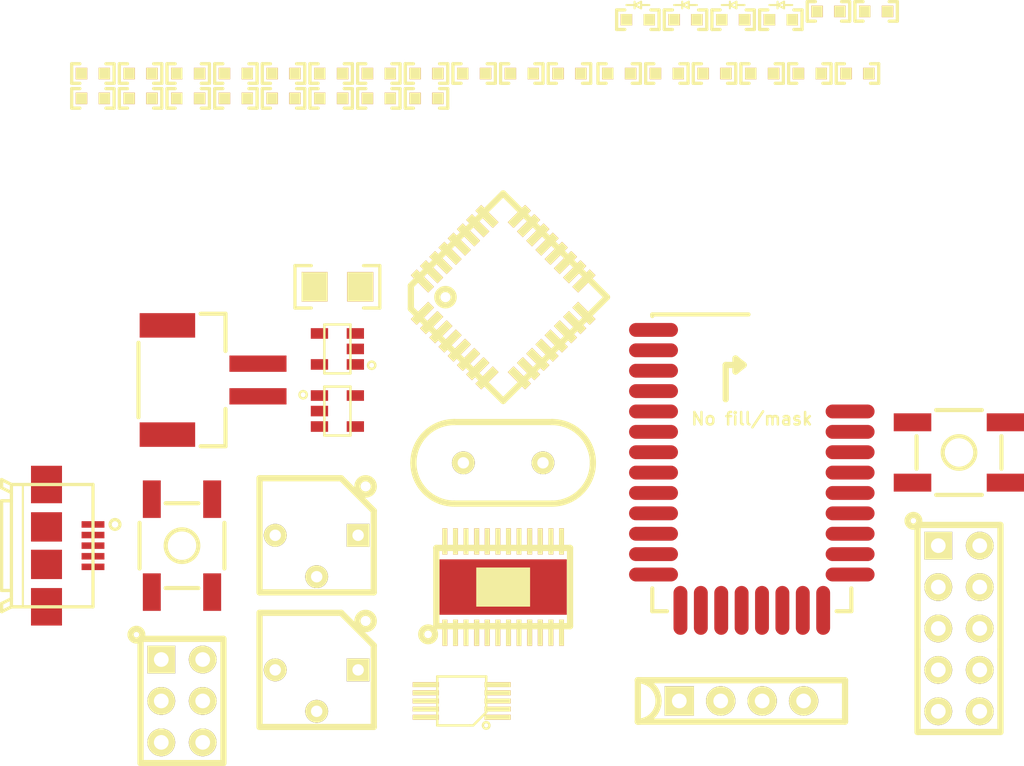
<source format=kicad_pcb>
(kicad_pcb (version 20221018) (generator pcbnew)
  (title_block (title "Single Stepper Driver Layout") (rev "0.1") (company "Copyright 2013 by Michael Cousins") (comment 1 "https://www.github.com/mcous/steptoit") (comment 2 "Released under the terms of the Creative Commons Attribution-ShareAlike 3.0 license") (comment 3 "Open Source Hardware"))
  (layers (0 "F.Cu" signal) (31 "B.Cu" signal) (34 "B.Paste" user) (35 "F.Paste" user) (36 "B.SilkS" user) (37 "F.SilkS" user) (38 "B.Mask" user) (39 "F.Mask" user) (44 "Edge.Cuts" user))
  (net 0 "")
  (net 1 "/AVR_RX")
  (net 2 "/AVR_TX")
  (net 3 "/BT_DC")
  (net 4 "/BT_DD")
  (net 5 "/BT_RESET")
  (net 6 "/CONFIG")
  (net 7 "/DIR")
  (net 8 "/ENABLE")
  (net 9 "/FAULT")
  (net 10 "/MISO")
  (net 11 "/MOSI")
  (net 12 "/MSEL0")
  (net 13 "/MSEL1")
  (net 14 "/RESET")
  (net 15 "/R_SEL")
  (net 16 "/SCK")
  (net 17 "/SLEEP")
  (net 18 "/STEP")
  (net 19 "/VBAT")
  (net 20 "GND")
  (net 21 "N-0000010")
  (net 22 "N-0000011")
  (net 23 "N-0000015")
  (net 24 "N-0000016")
  (net 25 "N-0000017")
  (net 26 "N-0000018")
  (net 27 "N-0000020")
  (net 28 "N-0000021")
  (net 29 "N-0000027")
  (net 30 "N-0000028")
  (net 31 "N-0000029")
  (net 32 "N-0000030")
  (net 33 "N-0000031")
  (net 34 "N-0000032")
  (net 35 "N-0000036")
  (net 36 "N-0000037")
  (net 37 "N-0000038")
  (net 38 "N-0000039")
  (net 39 "N-0000040")
  (net 40 "N-0000042")
  (net 41 "N-0000043")
  (net 42 "N-0000044")
  (net 43 "N-0000045")
  (net 44 "N-0000046")
  (net 45 "N-0000054")
  (net 46 "N-0000055")
  (net 47 "VCC")
  (footprint "TQFP32_7mm" (layer "F.Cu") (at 149.86 96.52 45)
    (fp_text reference "IC2" hide)
    (fp_text value "ATMEGA328P_TQFP" hide)
    (pad "1" smd rect (at -4.20116 -2.79908 45) (size 1.50114 0.50038) (layers "F.Cu" "F.Paste" "F.SilkS" "F.Mask") (net 18 "/STEP"))
    (pad "2" smd rect (at -4.20116 -1.99898 45) (size 1.50114 0.50038) (layers "F.Cu" "F.Paste" "F.SilkS" "F.Mask") (net 7 "/DIR"))
    (pad "3" smd rect (at -4.20116 -1.19888 45) (size 1.50114 0.50038) (layers "F.Cu" "F.Paste" "F.SilkS" "F.Mask") (net 20 "GND"))
    (pad "4" smd rect (at -4.20116 -0.39878 45) (size 1.50114 0.50038) (layers "F.Cu" "F.Paste" "F.SilkS" "F.Mask") (net 47 "VCC"))
    (pad "5" smd rect (at -4.20116 0.39878 45) (size 1.50114 0.50038) (layers "F.Cu" "F.Paste" "F.SilkS" "F.Mask") (net 20 "GND"))
    (pad "6" smd rect (at -4.20116 1.19888 45) (size 1.50114 0.50038) (layers "F.Cu" "F.Paste" "F.SilkS" "F.Mask") (net 47 "VCC"))
    (pad "7" smd rect (at -4.20116 1.99898 45) (size 1.50114 0.50038) (layers "F.Cu" "F.Paste" "F.SilkS" "F.Mask") (net 46 "N-0000055"))
    (pad "8" smd rect (at -4.20116 2.79908 45) (size 1.50114 0.50038) (layers "F.Cu" "F.Paste" "F.SilkS" "F.Mask") (net 45 "N-0000054"))
    (pad "9" smd rect (at -2.79908 4.20116 135) (size 1.50114 0.50038) (layers "F.Cu" "F.Paste" "F.SilkS" "F.Mask"))
    (pad "10" smd rect (at -1.99898 4.20116 135) (size 1.50114 0.50038) (layers "F.Cu" "F.Paste" "F.SilkS" "F.Mask"))
    (pad "11" smd rect (at -1.19888 4.20116 135) (size 1.50114 0.50038) (layers "F.Cu" "F.Paste" "F.SilkS" "F.Mask") (net 15 "/R_SEL"))
    (pad "12" smd rect (at -0.39878 4.20116 135) (size 1.50114 0.50038) (layers "F.Cu" "F.Paste" "F.SilkS" "F.Mask") (net 17 "/SLEEP"))
    (pad "13" smd rect (at 0.39878 4.20116 135) (size 1.50114 0.50038) (layers "F.Cu" "F.Paste" "F.SilkS" "F.Mask") (net 8 "/ENABLE"))
    (pad "14" smd rect (at 1.19888 4.20116 135) (size 1.50114 0.50038) (layers "F.Cu" "F.Paste" "F.SilkS" "F.Mask") (net 6 "/CONFIG"))
    (pad "15" smd rect (at 1.99898 4.20116 135) (size 1.50114 0.50038) (layers "F.Cu" "F.Paste" "F.SilkS" "F.Mask") (net 11 "/MOSI"))
    (pad "16" smd rect (at 2.79908 4.20116 135) (size 1.50114 0.50038) (layers "F.Cu" "F.Paste" "F.SilkS" "F.Mask") (net 10 "/MISO"))
    (pad "17" smd rect (at 4.20116 2.79908 225) (size 1.50114 0.50038) (layers "F.Cu" "F.Paste" "F.SilkS" "F.Mask") (net 16 "/SCK"))
    (pad "18" smd rect (at 4.20116 1.99898 225) (size 1.50114 0.50038) (layers "F.Cu" "F.Paste" "F.SilkS" "F.Mask") (net 47 "VCC"))
    (pad "19" smd rect (at 4.20116 1.19888 225) (size 1.50114 0.50038) (layers "F.Cu" "F.Paste" "F.SilkS" "F.Mask"))
    (pad "20" smd rect (at 4.20116 0.39878 225) (size 1.50114 0.50038) (layers "F.Cu" "F.Paste" "F.SilkS" "F.Mask") (net 47 "VCC"))
    (pad "21" smd rect (at 4.20116 -0.39878 225) (size 1.50114 0.50038) (layers "F.Cu" "F.Paste" "F.SilkS" "F.Mask") (net 20 "GND"))
    (pad "22" smd rect (at 4.20116 -1.19888 225) (size 1.50114 0.50038) (layers "F.Cu" "F.Paste" "F.SilkS" "F.Mask"))
    (pad "23" smd rect (at 4.20116 -1.99898 225) (size 1.50114 0.50038) (layers "F.Cu" "F.Paste" "F.SilkS" "F.Mask") (net 12 "/MSEL0"))
    (pad "24" smd rect (at 4.20116 -2.79908 225) (size 1.50114 0.50038) (layers "F.Cu" "F.Paste" "F.SilkS" "F.Mask") (net 13 "/MSEL1"))
    (pad "25" smd rect (at 2.79908 -4.20116 315) (size 1.50114 0.50038) (layers "F.Cu" "F.Paste" "F.SilkS" "F.Mask"))
    (pad "26" smd rect (at 1.99898 -4.20116 315) (size 1.50114 0.50038) (layers "F.Cu" "F.Paste" "F.SilkS" "F.Mask"))
    (pad "27" smd rect (at 1.19888 -4.20116 315) (size 1.50114 0.50038) (layers "F.Cu" "F.Paste" "F.SilkS" "F.Mask") (net 41 "N-0000043"))
    (pad "28" smd rect (at 0.39878 -4.20116 315) (size 1.50114 0.50038) (layers "F.Cu" "F.Paste" "F.SilkS" "F.Mask") (net 40 "N-0000042"))
    (pad "29" smd rect (at -0.39878 -4.20116 315) (size 1.50114 0.50038) (layers "F.Cu" "F.Paste" "F.SilkS" "F.Mask") (net 14 "/RESET"))
    (pad "30" smd rect (at -1.19888 -4.20116 315) (size 1.50114 0.50038) (layers "F.Cu" "F.Paste" "F.SilkS" "F.Mask") (net 2 "/AVR_TX"))
    (pad "31" smd rect (at -1.99898 -4.20116 315) (size 1.50114 0.50038) (layers "F.Cu" "F.Paste" "F.SilkS" "F.Mask") (net 1 "/AVR_RX"))
    (pad "32" smd rect (at -2.79908 -4.20116 315) (size 1.50114 0.50038) (layers "F.Cu" "F.Paste" "F.SilkS" "F.Mask") (net 9 "/FAULT"))
  )
  (footprint "SPST_4-pin-sm" (layer "F.Cu") (at 130.175 111.76 -90)
    (fp_text reference "S1" hide)
    (fp_text value "RST" hide)
    (pad "1" smd rect (at -2.84988 -1.84912 270) (size 2.30124 1.09982) (layers "F.Cu" "F.Paste" "F.Mask") (net 20 "GND"))
    (pad "1" smd rect (at 2.84988 -1.84912 270) (size 2.30124 1.09982) (layers "F.Cu" "F.Paste" "F.Mask") (net 20 "GND"))
    (pad "2" smd rect (at -2.84988 1.84912 270) (size 2.30124 1.09982) (layers "F.Cu" "F.Paste" "F.Mask") (net 14 "/RESET"))
    (pad "2" smd rect (at 2.84988 1.84912 270) (size 2.30124 1.09982) (layers "F.Cu" "F.Paste" "F.Mask") (net 14 "/RESET"))
  )
  (footprint "SPST_4-pin-sm" (layer "F.Cu") (at 177.8 106.045)
    (fp_text reference "S2" hide)
    (fp_text value "BT_RST" hide)
    (pad "1" smd rect (at -2.84988 -1.84912) (size 2.30124 1.09982) (layers "F.Cu" "F.Paste" "F.Mask") (net 20 "GND"))
    (pad "1" smd rect (at 2.84988 -1.84912) (size 2.30124 1.09982) (layers "F.Cu" "F.Paste" "F.Mask") (net 20 "GND"))
    (pad "2" smd rect (at -2.84988 1.84912) (size 2.30124 1.09982) (layers "F.Cu" "F.Paste" "F.Mask") (net 5 "/BT_RESET"))
    (pad "2" smd rect (at 2.84988 1.84912) (size 2.30124 1.09982) (layers "F.Cu" "F.Paste" "F.Mask") (net 5 "/BT_RESET"))
  )
  (footprint "SOT23-5" (layer "F.Cu") (at 139.7 99.695 180)
    (fp_text reference "IC6" hide)
    (fp_text value "MAX1555" hide)
    (pad "1" smd rect (at -1.1 -0.95 180) (size 1.06 0.65) (layers "F.Cu" "F.Paste" "F.Mask") (net 22 "N-0000011"))
    (pad "2" smd rect (at -1.1 0 180) (size 1.06 0.65) (layers "F.Cu" "F.Paste" "F.Mask") (net 20 "GND"))
    (pad "3" smd rect (at -1.1 0.95 180) (size 1.06 0.65) (layers "F.Cu" "F.Paste" "F.Mask") (net 27 "N-0000020"))
    (pad "4" smd rect (at 1.1 0.95 180) (size 1.06 0.65) (layers "F.Cu" "F.Paste" "F.Mask"))
    (pad "5" smd rect (at 1.1 -0.95 180) (size 1.06 0.65) (layers "F.Cu" "F.Paste" "F.Mask") (net 19 "/VBAT"))
  )
  (footprint "SOT23-5" (layer "F.Cu") (at 139.7 103.505)
    (fp_text reference "IC4" hide)
    (fp_text value "MIC5205" hide)
    (pad "1" smd rect (at -1.1 -0.95) (size 1.06 0.65) (layers "F.Cu" "F.Paste" "F.Mask") (net 24 "N-0000016"))
    (pad "2" smd rect (at -1.1 0) (size 1.06 0.65) (layers "F.Cu" "F.Paste" "F.Mask") (net 20 "GND"))
    (pad "3" smd rect (at -1.1 0.95) (size 1.06 0.65) (layers "F.Cu" "F.Paste" "F.Mask") (net 24 "N-0000016"))
    (pad "4" smd rect (at 1.1 0.95) (size 1.06 0.65) (layers "F.Cu" "F.Paste" "F.Mask") (net 32 "N-0000030"))
    (pad "5" smd rect (at 1.1 -0.95) (size 1.06 0.65) (layers "F.Cu" "F.Paste" "F.Mask") (net 47 "VCC"))
  )
  (footprint "SIP4" (layer "F.Cu") (at 164.465 121.285)
    (fp_text reference "M1" hide)
    (fp_text value "STEPPER" hide)
    (pad "1" thru_hole rect (at -3.81 0) (size 1.8 1.8) (drill 0.9) (layers "*.Cu" "*.Mask" "F.SilkS") (net 31 "N-0000029"))
    (pad "2" thru_hole circle (at -1.27 0) (size 1.8 1.8) (drill 0.9) (layers "*.Cu" "*.Mask" "F.SilkS") (net 34 "N-0000032"))
    (pad "3" thru_hole circle (at 1.27 0) (size 1.8 1.8) (drill 0.9) (layers "*.Cu" "*.Mask" "F.SilkS") (net 30 "N-0000028"))
    (pad "4" thru_hole circle (at 3.81 0) (size 1.8 1.8) (drill 0.9) (layers "*.Cu" "*.Mask" "F.SilkS") (net 23 "N-0000015"))
  )
  (footprint "MSOP10" (layer "F.Cu") (at 147.32 121.285 180)
    (fp_text reference "IC1" hide)
    (fp_text value "MCP4232" hide)
    (pad "1" smd rect (at -2.2 -1 180) (size 1.6 0.3) (layers "F.Cu" "F.Paste" "F.SilkS" "F.Mask") (net 15 "/R_SEL"))
    (pad "2" smd rect (at -2.2 -0.5 180) (size 1.6 0.3) (layers "F.Cu" "F.Paste" "F.SilkS" "F.Mask") (net 16 "/SCK"))
    (pad "3" smd rect (at -2.2 0 180) (size 1.6 0.3) (layers "F.Cu" "F.Paste" "F.SilkS" "F.Mask") (net 11 "/MOSI"))
    (pad "4" smd rect (at -2.2 0.5 180) (size 1.6 0.3) (layers "F.Cu" "F.Paste" "F.SilkS" "F.Mask") (net 20 "GND"))
    (pad "5" smd rect (at -2.2 1 180) (size 1.6 0.3) (layers "F.Cu" "F.Paste" "F.SilkS" "F.Mask") (net 20 "GND"))
    (pad "6" smd rect (at 2.2 1 180) (size 1.6 0.3) (layers "F.Cu" "F.Paste" "F.SilkS" "F.Mask") (net 37 "N-0000038"))
    (pad "7" smd rect (at 2.2 0.5 180) (size 1.6 0.3) (layers "F.Cu" "F.Paste" "F.SilkS" "F.Mask") (net 36 "N-0000037"))
    (pad "8" smd rect (at 2.2 0 180) (size 1.6 0.3) (layers "F.Cu" "F.Paste" "F.SilkS" "F.Mask") (net 20 "GND"))
    (pad "9" smd rect (at 2.2 -0.5 180) (size 1.6 0.3) (layers "F.Cu" "F.Paste" "F.SilkS" "F.Mask") (net 10 "/MISO"))
    (pad "10" smd rect (at 2.2 -1 180) (size 1.6 0.3) (layers "F.Cu" "F.Paste" "F.SilkS" "F.Mask") (net 47 "VCC"))
  )
  (footprint "MICROUSB_sm" (layer "F.Cu") (at 121.92 111.76)
    (fp_text reference "J1" hide)
    (fp_text value "MICROUSB" hide)
    (pad "" smd rect (at -0.05 -3.75) (size 1.9 2.3) (layers "F.Cu" "F.Paste" "F.Mask"))
    (pad "" smd rect (at -0.05 -1.15) (size 1.9 1.8) (layers "F.Cu" "F.Paste" "F.Mask"))
    (pad "" smd rect (at -0.05 1.15) (size 1.9 1.8) (layers "F.Cu" "F.Paste" "F.Mask"))
    (pad "" smd rect (at -0.05 3.75) (size 1.9 2.3) (layers "F.Cu" "F.Paste" "F.Mask"))
    (pad "1" smd rect (at 2.8 -1.3) (size 1.4 0.4) (layers "F.Cu" "F.Paste" "F.Mask") (net 22 "N-0000011"))
    (pad "2" smd rect (at 2.8 -0.65) (size 1.4 0.4) (layers "F.Cu" "F.Paste" "F.Mask"))
    (pad "3" smd rect (at 2.8 0) (size 1.4 0.4) (layers "F.Cu" "F.Paste" "F.Mask"))
    (pad "4" smd rect (at 2.8 0.65) (size 1.4 0.4) (layers "F.Cu" "F.Paste" "F.Mask"))
    (pad "5" smd rect (at 2.8 1.3) (size 1.4 0.4) (layers "F.Cu" "F.Paste" "F.Mask") (net 20 "GND"))
  )
  (footprint "JST_PH_2-pin" (layer "F.Cu") (at 132.08 101.6 -90)
    (fp_text reference "BT1" hide)
    (fp_text value "LIPO" hide)
    (pad "" smd rect (at -3.35026 2.79908) (size 3.40106 1.50114) (layers "F.Cu" "F.Paste" "F.Mask"))
    (pad "" smd rect (at 3.35026 2.79908) (size 3.40106 1.50114) (layers "F.Cu" "F.Paste" "F.Mask"))
    (pad "1" smd rect (at -1.00076 -2.75082) (size 3.50012 1.00076) (layers "F.Cu" "F.Paste" "F.Mask") (net 19 "/VBAT"))
    (pad "2" smd rect (at 1.00076 -2.75082) (size 3.50012 1.00076) (layers "F.Cu" "F.Paste" "F.Mask") (net 20 "GND"))
  )
  (footprint "HTSSOP24" (layer "F.Cu") (at 149.86 114.3 90)
    (fp_text reference "IC3" hide)
    (fp_text value "DRV8834_SOP" hide)
    (pad "" smd rect (at 0 0 90) (size 2.4 3.3) (layers "F.Paste" "F.SilkS" "F.Mask"))
    (pad "0" smd rect (at 0 0 90) (size 3.4 7.8) (layers "F.Cu" "B.Mask") (net 20 "GND"))
    (pad "1" smd rect (at -2.8 -3.575 90) (size 1.6 0.3) (layers "F.Cu" "F.Paste" "F.SilkS" "F.Mask") (net 17 "/SLEEP"))
    (pad "2" smd rect (at -2.8 -2.925 90) (size 1.6 0.3) (layers "F.Cu" "F.Paste" "F.SilkS" "F.Mask") (net 37 "N-0000038"))
    (pad "3" smd rect (at -2.8 -2.275 90) (size 1.6 0.3) (layers "F.Cu" "F.Paste" "F.SilkS" "F.Mask") (net 36 "N-0000037"))
    (pad "4" smd rect (at -2.8 -1.625 90) (size 1.6 0.3) (layers "F.Cu" "F.Paste" "F.SilkS" "F.Mask") (net 31 "N-0000029"))
    (pad "5" smd rect (at -2.8 -0.975 90) (size 1.6 0.3) (layers "F.Cu" "F.Paste" "F.SilkS" "F.Mask") (net 38 "N-0000039"))
    (pad "6" smd rect (at -2.8 -0.325 90) (size 1.6 0.3) (layers "F.Cu" "F.Paste" "F.SilkS" "F.Mask") (net 34 "N-0000032"))
    (pad "7" smd rect (at -2.8 0.325 90) (size 1.6 0.3) (layers "F.Cu" "F.Paste" "F.SilkS" "F.Mask") (net 23 "N-0000015"))
    (pad "8" smd rect (at -2.8 0.975 90) (size 1.6 0.3) (layers "F.Cu" "F.Paste" "F.SilkS" "F.Mask") (net 39 "N-0000040"))
    (pad "9" smd rect (at -2.8 1.625 90) (size 1.6 0.3) (layers "F.Cu" "F.Paste" "F.SilkS" "F.Mask") (net 30 "N-0000028"))
    (pad "10" smd rect (at -2.8 2.275 90) (size 1.6 0.3) (layers "F.Cu" "F.Paste" "F.SilkS" "F.Mask") (net 8 "/ENABLE"))
    (pad "11" smd rect (at -2.8 2.925 90) (size 1.6 0.3) (layers "F.Cu" "F.Paste" "F.SilkS" "F.Mask") (net 18 "/STEP"))
    (pad "12" smd rect (at -2.8 3.575 90) (size 1.6 0.3) (layers "F.Cu" "F.Paste" "F.SilkS" "F.Mask") (net 7 "/DIR"))
    (pad "13" smd rect (at 2.8 3.575 90) (size 1.6 0.3) (layers "F.Cu" "F.Paste" "F.SilkS" "F.Mask") (net 12 "/MSEL0"))
    (pad "14" smd rect (at 2.8 2.925 90) (size 1.6 0.3) (layers "F.Cu" "F.Paste" "F.SilkS" "F.Mask") (net 13 "/MSEL1"))
    (pad "15" smd rect (at 2.8 2.275 90) (size 1.6 0.3) (layers "F.Cu" "F.Paste" "F.SilkS" "F.Mask") (net 6 "/CONFIG"))
    (pad "16" smd rect (at 2.8 1.625 90) (size 1.6 0.3) (layers "F.Cu" "F.Paste" "F.SilkS" "F.Mask") (net 9 "/FAULT"))
    (pad "17" smd rect (at 2.8 0.975 90) (size 1.6 0.3) (layers "F.Cu" "F.Paste" "F.SilkS" "F.Mask") (net 28 "N-0000021"))
    (pad "18" smd rect (at 2.8 0.325 90) (size 1.6 0.3) (layers "F.Cu" "F.Paste" "F.SilkS" "F.Mask") (net 19 "/VBAT"))
    (pad "19" smd rect (at 2.8 -0.325 90) (size 1.6 0.3) (layers "F.Cu" "F.Paste" "F.SilkS" "F.Mask") (net 19 "/VBAT"))
    (pad "20" smd rect (at 2.8 -0.975 90) (size 1.6 0.3) (layers "F.Cu" "F.Paste" "F.SilkS" "F.Mask") (net 29 "N-0000027"))
    (pad "21" smd rect (at 2.8 -1.625 90) (size 1.6 0.3) (layers "F.Cu" "F.Paste" "F.SilkS" "F.Mask") (net 20 "GND"))
    (pad "22" smd rect (at 2.8 -2.275 90) (size 1.6 0.3) (layers "F.Cu" "F.Paste" "F.SilkS" "F.Mask") (net 26 "N-0000018"))
    (pad "23" smd rect (at 2.8 -2.925 90) (size 1.6 0.3) (layers "F.Cu" "F.Paste" "F.SilkS" "F.Mask") (net 26 "N-0000018"))
    (pad "24" smd rect (at 2.8 -3.575 90) (size 1.6 0.3) (layers "F.Cu" "F.Paste" "F.SilkS" "F.Mask") (net 26 "N-0000018"))
  )
  (footprint "HC49" (layer "F.Cu") (at 149.86 106.68)
    (fp_text reference "Y1" hide)
    (fp_text value "8MHz" hide)
    (pad "1" thru_hole circle (at -2.44 0) (size 1.4 1.4) (drill 0.7) (layers "*.Cu" "*.Mask" "F.SilkS") (net 46 "N-0000055"))
    (pad "2" thru_hole circle (at 2.44 0) (size 1.4 1.4) (drill 0.7) (layers "*.Cu" "*.Mask" "F.SilkS") (net 45 "N-0000054"))
  )
  (footprint "BOURNS-3362P_pot" (layer "F.Cu") (at 138.43 111.125 180)
    (fp_text reference "VR1" hide)
    (fp_text value "10Ω" hide)
    (pad "1" thru_hole rect (at -2.54 0 180) (size 1.4 1.4) (drill 0.7) (layers "*.Cu" "*.Mask" "F.SilkS"))
    (pad "2" thru_hole circle (at 0 -2.54 180) (size 1.4 1.4) (drill 0.7) (layers "*.Cu" "*.Mask" "F.SilkS") (net 38 "N-0000039"))
    (pad "3" thru_hole circle (at 2.54 0 180) (size 1.4 1.4) (drill 0.7) (layers "*.Cu" "*.Mask" "F.SilkS") (net 20 "GND"))
  )
  (footprint "BOURNS-3362P_pot" (layer "F.Cu") (at 138.43 119.38 180)
    (fp_text reference "VR2" hide)
    (fp_text value "10Ω" hide)
    (pad "1" thru_hole rect (at -2.54 0 180) (size 1.4 1.4) (drill 0.7) (layers "*.Cu" "*.Mask" "F.SilkS"))
    (pad "2" thru_hole circle (at 0 -2.54 180) (size 1.4 1.4) (drill 0.7) (layers "*.Cu" "*.Mask" "F.SilkS") (net 39 "N-0000040"))
    (pad "3" thru_hole circle (at 2.54 0 180) (size 1.4 1.4) (drill 0.7) (layers "*.Cu" "*.Mask" "F.SilkS") (net 20 "GND"))
  )
  (footprint "BLE112-A" (layer "F.Cu") (at 165.1 106.68)
    (fp_text reference "IC5" hide)
    (fp_text value "BLE112-A" hide)
    (fp_text user "No fill/mask" (at 0 -2.7) (layer "F.SilkS") (effects (font (size 0.762 0.762) (thickness 0.1524))))
    (pad "1" smd oval (at -6.02488 -8.15086) (size 2.99974 0.8509) (layers "F.Cu" "F.Paste" "F.Mask") (net 20 "GND"))
    (pad "2" smd oval (at -6.02488 -6.90118) (size 2.99974 0.8509) (layers "F.Cu" "F.Paste" "F.Mask") (net 47 "VCC"))
    (pad "3" smd oval (at -6.02488 -5.64896) (size 2.99974 0.8509) (layers "F.Cu" "F.Paste" "F.Mask") (net 47 "VCC"))
    (pad "4" smd oval (at -6.02488 -4.39928) (size 2.99974 0.8509) (layers "F.Cu" "F.Paste" "F.Mask") (net 3 "/BT_DC"))
    (pad "5" smd oval (at -6.02488 -3.1496) (size 2.99974 0.8509) (layers "F.Cu" "F.Paste" "F.Mask") (net 4 "/BT_DD"))
    (pad "6" smd oval (at -6.02488 -1.89992) (size 2.99974 0.8509) (layers "F.Cu" "F.Paste" "F.Mask") (net 44 "N-0000046"))
    (pad "7" smd oval (at -6.02488 -0.65024) (size 2.99974 0.8509) (layers "F.Cu" "F.Paste" "F.Mask") (net 44 "N-0000046"))
    (pad "8" smd oval (at -6.02488 0.59944) (size 2.99974 0.8509) (layers "F.Cu" "F.Paste" "F.Mask") (net 44 "N-0000046"))
    (pad "9" smd oval (at -6.02488 1.84912) (size 2.99974 0.8509) (layers "F.Cu" "F.Paste" "F.Mask") (net 47 "VCC"))
    (pad "10" smd oval (at -6.02488 3.0988) (size 2.99974 0.8509) (layers "F.Cu" "F.Paste" "F.Mask") (net 20 "GND"))
    (pad "11" smd oval (at -6.02488 4.35102) (size 2.99974 0.8509) (layers "F.Cu" "F.Paste" "F.Mask"))
    (pad "12" smd oval (at -6.02488 5.6007) (size 2.99974 0.8509) (layers "F.Cu" "F.Paste" "F.Mask"))
    (pad "13" smd oval (at -6.02488 6.85038) (size 2.99974 0.8509) (layers "F.Cu" "F.Paste" "F.Mask") (net 44 "N-0000046"))
    (pad "14" smd oval (at -4.37388 9.05002 90) (size 2.99974 0.8509) (layers "F.Cu" "F.Paste" "F.Mask") (net 44 "N-0000046"))
    (pad "15" smd oval (at -3.1242 9.05002 90) (size 2.99974 0.8509) (layers "F.Cu" "F.Paste" "F.Mask") (net 44 "N-0000046"))
    (pad "16" smd oval (at -1.87452 9.05002 90) (size 2.99974 0.8509) (layers "F.Cu" "F.Paste" "F.Mask") (net 44 "N-0000046"))
    (pad "17" smd oval (at -0.62484 9.05002 90) (size 2.99974 0.8509) (layers "F.Cu" "F.Paste" "F.Mask") (net 44 "N-0000046"))
    (pad "18" smd oval (at 0.62484 9.05002 90) (size 2.99974 0.8509) (layers "F.Cu" "F.Paste" "F.Mask") (net 44 "N-0000046"))
    (pad "19" smd oval (at 1.87452 9.05002 90) (size 2.99974 0.8509) (layers "F.Cu" "F.Paste" "F.Mask") (net 44 "N-0000046"))
    (pad "20" smd oval (at 3.1242 9.05002 90) (size 2.99974 0.8509) (layers "F.Cu" "F.Paste" "F.Mask") (net 47 "VCC"))
    (pad "21" smd oval (at 4.37388 9.05002 90) (size 2.99974 0.8509) (layers "F.Cu" "F.Paste" "F.Mask") (net 20 "GND"))
    (pad "22" smd oval (at 6.02488 6.85038) (size 2.99974 0.8509) (layers "F.Cu" "F.Paste" "F.Mask") (net 44 "N-0000046"))
    (pad "23" smd oval (at 6.02488 5.6007) (size 2.99974 0.8509) (layers "F.Cu" "F.Paste" "F.Mask") (net 44 "N-0000046"))
    (pad "24" smd oval (at 6.02488 4.35102) (size 2.99974 0.8509) (layers "F.Cu" "F.Paste" "F.Mask") (net 44 "N-0000046"))
    (pad "25" smd oval (at 6.02488 3.0988) (size 2.99974 0.8509) (layers "F.Cu" "F.Paste" "F.Mask") (net 1 "/AVR_RX"))
    (pad "26" smd oval (at 6.02488 1.84912) (size 2.99974 0.8509) (layers "F.Cu" "F.Paste" "F.Mask") (net 2 "/AVR_TX"))
    (pad "27" smd oval (at 6.02488 0.59944) (size 2.99974 0.8509) (layers "F.Cu" "F.Paste" "F.Mask") (net 33 "N-0000031"))
    (pad "28" smd oval (at 6.02488 -0.65024) (size 2.99974 0.8509) (layers "F.Cu" "F.Paste" "F.Mask") (net 35 "N-0000036"))
    (pad "29" smd oval (at 6.02488 -1.89992) (size 2.99974 0.8509) (layers "F.Cu" "F.Paste" "F.Mask") (net 5 "/BT_RESET"))
    (pad "30" smd oval (at 6.02488 -3.1496) (size 2.99974 0.8509) (layers "F.Cu" "F.Paste" "F.Mask") (net 20 "GND"))
  )
  (footprint "2x5-array" (layer "F.Cu") (at 177.8 116.84)
    (fp_text reference "P2" hide)
    (fp_text value "CC_ISP" hide)
    (pad "1" thru_hole rect (at -1.27 -5.08) (size 1.7 1.7) (drill 0.9) (layers "*.Cu" "*.Mask" "F.SilkS") (net 20 "GND"))
    (pad "2" thru_hole circle (at 1.27 -5.08) (size 1.7 1.7) (drill 0.9) (layers "*.Cu" "*.Mask" "F.SilkS") (net 47 "VCC"))
    (pad "3" thru_hole circle (at -1.27 -2.54) (size 1.7 1.7) (drill 0.9) (layers "*.Cu" "*.Mask" "F.SilkS") (net 3 "/BT_DC"))
    (pad "4" thru_hole circle (at 1.27 -2.54) (size 1.7 1.7) (drill 0.9) (layers "*.Cu" "*.Mask" "F.SilkS") (net 4 "/BT_DD"))
    (pad "5" thru_hole circle (at -1.27 0) (size 1.7 1.7) (drill 0.9) (layers "*.Cu" "*.Mask" "F.SilkS"))
    (pad "6" thru_hole circle (at 1.27 0) (size 1.7 1.7) (drill 0.9) (layers "*.Cu" "*.Mask" "F.SilkS"))
    (pad "7" thru_hole circle (at -1.27 2.54) (size 1.7 1.7) (drill 0.9) (layers "*.Cu" "*.Mask" "F.SilkS") (net 5 "/BT_RESET"))
    (pad "8" thru_hole circle (at 1.27 2.54) (size 1.7 1.7) (drill 0.9) (layers "*.Cu" "*.Mask" "F.SilkS"))
    (pad "9" thru_hole circle (at -1.27 5.08) (size 1.7 1.7) (drill 0.9) (layers "*.Cu" "*.Mask" "F.SilkS") (net 47 "VCC"))
    (pad "10" thru_hole circle (at 1.27 5.08) (size 1.7 1.7) (drill 0.9) (layers "*.Cu" "*.Mask" "F.SilkS"))
  )
  (footprint "2x3-array" (layer "F.Cu") (at 130.175 121.285)
    (fp_text reference "P1" hide)
    (fp_text value "AVR_ISP" hide)
    (pad "1" thru_hole rect (at -1.27 -2.54) (size 1.7 1.7) (drill 0.9) (layers "*.Cu" "*.Mask" "F.SilkS") (net 10 "/MISO"))
    (pad "2" thru_hole circle (at 1.27 -2.54) (size 1.7 1.7) (drill 0.9) (layers "*.Cu" "*.Mask" "F.SilkS") (net 47 "VCC"))
    (pad "3" thru_hole circle (at -1.27 0) (size 1.7 1.7) (drill 0.9) (layers "*.Cu" "*.Mask" "F.SilkS") (net 16 "/SCK"))
    (pad "4" thru_hole circle (at 1.27 0) (size 1.7 1.7) (drill 0.9) (layers "*.Cu" "*.Mask" "F.SilkS") (net 11 "/MOSI"))
    (pad "5" thru_hole circle (at -1.27 2.54) (size 1.7 1.7) (drill 0.9) (layers "*.Cu" "*.Mask" "F.SilkS") (net 14 "/RESET"))
    (pad "6" thru_hole circle (at 1.27 2.54) (size 1.7 1.7) (drill 0.9) (layers "*.Cu" "*.Mask" "F.SilkS") (net 20 "GND"))
  )
  (footprint "1206(3216m)" (layer "F.Cu") (at 139.7 95.885)
    (fp_text reference "F1" hide)
    (fp_text value "500mA" hide)
    (pad "1" smd rect (at -1.4 0) (size 1.6 1.8) (layers "F.Cu" "F.Paste" "F.SilkS" "F.Mask") (net 19 "/VBAT"))
    (pad "2" smd rect (at 1.4 0) (size 1.6 1.8) (layers "F.Cu" "F.Paste" "F.SilkS" "F.Mask") (net 24 "N-0000016"))
  )
  (footprint "0603(1608m)_led" (layer "F.Cu") (at 158.115 79.502)
    (fp_text reference "LED2" hide)
    (fp_text value "L2" hide)
    (pad "1" smd rect (at -0.7 0) (size 0.7 0.7) (layers "F.Cu" "F.Paste" "F.SilkS" "F.Mask") (net 20 "GND"))
    (pad "2" smd rect (at 0.7 0) (size 0.7 0.7) (layers "F.Cu" "F.Paste" "F.SilkS" "F.Mask") (net 42 "N-0000044"))
  )
  (footprint "0603(1608m)_led" (layer "F.Cu") (at 161.036 79.502)
    (fp_text reference "LED1" hide)
    (fp_text value "L1" hide)
    (pad "1" smd rect (at -0.7 0) (size 0.7 0.7) (layers "F.Cu" "F.Paste" "F.SilkS" "F.Mask") (net 20 "GND"))
    (pad "2" smd rect (at 0.7 0) (size 0.7 0.7) (layers "F.Cu" "F.Paste" "F.SilkS" "F.Mask") (net 43 "N-0000045"))
  )
  (footprint "0603(1608m)_led" (layer "F.Cu") (at 163.957 79.502)
    (fp_text reference "LED4" hide)
    (fp_text value "CHG" hide)
    (pad "1" smd rect (at -0.7 0) (size 0.7 0.7) (layers "F.Cu" "F.Paste" "F.SilkS" "F.Mask") (net 21 "N-0000010"))
    (pad "2" smd rect (at 0.7 0) (size 0.7 0.7) (layers "F.Cu" "F.Paste" "F.SilkS" "F.Mask") (net 19 "/VBAT"))
  )
  (footprint "0603(1608m)_led" (layer "F.Cu") (at 166.878 79.502)
    (fp_text reference "LED3" hide)
    (fp_text value "PWR" hide)
    (pad "1" smd rect (at -0.7 0) (size 0.7 0.7) (layers "F.Cu" "F.Paste" "F.SilkS" "F.Mask") (net 20 "GND"))
    (pad "2" smd rect (at 0.7 0) (size 0.7 0.7) (layers "F.Cu" "F.Paste" "F.SilkS" "F.Mask") (net 25 "N-0000017"))
  )
  (footprint "0603(1608m)" (layer "F.Cu") (at 145.161 84.328)
    (fp_text reference "C10" hide)
    (fp_text value "1uF" hide)
    (pad "1" smd rect (at -0.7 0) (size 0.7 0.7) (layers "F.Cu" "F.Paste" "F.SilkS" "F.Mask") (net 20 "GND"))
    (pad "2" smd rect (at 0.7 0) (size 0.7 0.7) (layers "F.Cu" "F.Paste" "F.SilkS" "F.Mask") (net 24 "N-0000016"))
  )
  (footprint "0603(1608m)" (layer "F.Cu") (at 142.24 84.328)
    (fp_text reference "R13" hide)
    (fp_text value "10kΩ" hide)
    (pad "1" smd rect (at -0.7 0) (size 0.7 0.7) (layers "F.Cu" "F.Paste" "F.SilkS" "F.Mask") (net 20 "GND"))
    (pad "2" smd rect (at 0.7 0) (size 0.7 0.7) (layers "F.Cu" "F.Paste" "F.SilkS" "F.Mask") (net 33 "N-0000031"))
  )
  (footprint "0603(1608m)" (layer "F.Cu") (at 139.319 84.328)
    (fp_text reference "C12" hide)
    (fp_text value "470pF" hide)
    (pad "1" smd rect (at -0.7 0) (size 0.7 0.7) (layers "F.Cu" "F.Paste" "F.SilkS" "F.Mask") (net 32 "N-0000030"))
    (pad "2" smd rect (at 0.7 0) (size 0.7 0.7) (layers "F.Cu" "F.Paste" "F.SilkS" "F.Mask") (net 20 "GND"))
  )
  (footprint "0603(1608m)" (layer "F.Cu") (at 136.398 84.328)
    (fp_text reference "C11" hide)
    (fp_text value "2.2uF" hide)
    (pad "1" smd rect (at -0.7 0) (size 0.7 0.7) (layers "F.Cu" "F.Paste" "F.SilkS" "F.Mask") (net 47 "VCC"))
    (pad "2" smd rect (at 0.7 0) (size 0.7 0.7) (layers "F.Cu" "F.Paste" "F.SilkS" "F.Mask") (net 20 "GND"))
  )
  (footprint "0603(1608m)" (layer "F.Cu") (at 133.477 84.328)
    (fp_text reference "R5" hide)
    (fp_text value "10kΩ" hide)
    (pad "1" smd rect (at -0.7 0) (size 0.7 0.7) (layers "F.Cu" "F.Paste" "F.SilkS" "F.Mask") (net 6 "/CONFIG"))
    (pad "2" smd rect (at 0.7 0) (size 0.7 0.7) (layers "F.Cu" "F.Paste" "F.SilkS" "F.Mask") (net 47 "VCC"))
  )
  (footprint "0603(1608m)" (layer "F.Cu") (at 130.556 84.328)
    (fp_text reference "C6" hide)
    (fp_text value "10uF" hide)
    (pad "1" smd rect (at -0.7 0) (size 0.7 0.7) (layers "F.Cu" "F.Paste" "F.SilkS" "F.Mask") (net 19 "/VBAT"))
    (pad "2" smd rect (at 0.7 0) (size 0.7 0.7) (layers "F.Cu" "F.Paste" "F.SilkS" "F.Mask") (net 20 "GND"))
  )
  (footprint "0603(1608m)" (layer "F.Cu") (at 127.635 84.328)
    (fp_text reference "R11" hide)
    (fp_text value "1kΩ" hide)
    (pad "1" smd rect (at -0.7 0) (size 0.7 0.7) (layers "F.Cu" "F.Paste" "F.SilkS" "F.Mask") (net 25 "N-0000017"))
    (pad "2" smd rect (at 0.7 0) (size 0.7 0.7) (layers "F.Cu" "F.Paste" "F.SilkS" "F.Mask") (net 47 "VCC"))
  )
  (footprint "0603(1608m)" (layer "F.Cu") (at 124.714 84.328)
    (fp_text reference "C4" hide)
    (fp_text value "0.01uF" hide)
    (pad "1" smd rect (at -0.7 0) (size 0.7 0.7) (layers "F.Cu" "F.Paste" "F.SilkS" "F.Mask") (net 19 "/VBAT"))
    (pad "2" smd rect (at 0.7 0) (size 0.7 0.7) (layers "F.Cu" "F.Paste" "F.SilkS" "F.Mask") (net 28 "N-0000021"))
  )
  (footprint "0603(1608m)" (layer "F.Cu") (at 171.577 82.804)
    (fp_text reference "C5" hide)
    (fp_text value "2.2uF" hide)
    (pad "1" smd rect (at -0.7 0) (size 0.7 0.7) (layers "F.Cu" "F.Paste" "F.SilkS" "F.Mask") (net 20 "GND"))
    (pad "2" smd rect (at 0.7 0) (size 0.7 0.7) (layers "F.Cu" "F.Paste" "F.SilkS" "F.Mask") (net 29 "N-0000027"))
  )
  (footprint "0603(1608m)" (layer "F.Cu") (at 168.656 82.804)
    (fp_text reference "R12" hide)
    (fp_text value "1kΩ" hide)
    (pad "1" smd rect (at -0.7 0) (size 0.7 0.7) (layers "F.Cu" "F.Paste" "F.SilkS" "F.Mask") (net 27 "N-0000020"))
    (pad "2" smd rect (at 0.7 0) (size 0.7 0.7) (layers "F.Cu" "F.Paste" "F.SilkS" "F.Mask") (net 21 "N-0000010"))
  )
  (footprint "0603(1608m)" (layer "F.Cu") (at 165.735 82.804)
    (fp_text reference "C13" hide)
    (fp_text value "10uF" hide)
    (pad "1" smd rect (at -0.7 0) (size 0.7 0.7) (layers "F.Cu" "F.Paste" "F.SilkS" "F.Mask") (net 20 "GND"))
    (pad "2" smd rect (at 0.7 0) (size 0.7 0.7) (layers "F.Cu" "F.Paste" "F.SilkS" "F.Mask") (net 22 "N-0000011"))
  )
  (footprint "0603(1608m)" (layer "F.Cu") (at 162.814 82.804)
    (fp_text reference "C14" hide)
    (fp_text value "1uF" hide)
    (pad "1" smd rect (at -0.7 0) (size 0.7 0.7) (layers "F.Cu" "F.Paste" "F.SilkS" "F.Mask") (net 20 "GND"))
    (pad "2" smd rect (at 0.7 0) (size 0.7 0.7) (layers "F.Cu" "F.Paste" "F.SilkS" "F.Mask") (net 19 "/VBAT"))
  )
  (footprint "0603(1608m)" (layer "F.Cu") (at 159.893 82.804)
    (fp_text reference "C9" hide)
    (fp_text value "1uF" hide)
    (pad "1" smd rect (at -0.7 0) (size 0.7 0.7) (layers "F.Cu" "F.Paste" "F.SilkS" "F.Mask") (net 20 "GND"))
    (pad "2" smd rect (at 0.7 0) (size 0.7 0.7) (layers "F.Cu" "F.Paste" "F.SilkS" "F.Mask") (net 47 "VCC"))
  )
  (footprint "0603(1608m)" (layer "F.Cu") (at 156.972 82.804)
    (fp_text reference "R7" hide)
    (fp_text value "22kΩ" hide)
    (pad "1" smd rect (at -0.7 0) (size 0.7 0.7) (layers "F.Cu" "F.Paste" "F.SilkS" "F.Mask") (net 17 "/SLEEP"))
    (pad "2" smd rect (at 0.7 0) (size 0.7 0.7) (layers "F.Cu" "F.Paste" "F.SilkS" "F.Mask") (net 20 "GND"))
  )
  (footprint "0603(1608m)" (layer "F.Cu") (at 127.635 82.804)
    (fp_text reference "R4" hide)
    (fp_text value "1kΩ" hide)
    (pad "1" smd rect (at -0.7 0) (size 0.7 0.7) (layers "F.Cu" "F.Paste" "F.SilkS" "F.Mask") (net 41 "N-0000043"))
    (pad "2" smd rect (at 0.7 0) (size 0.7 0.7) (layers "F.Cu" "F.Paste" "F.SilkS" "F.Mask") (net 42 "N-0000044"))
  )
  (footprint "0603(1608m)" (layer "F.Cu") (at 133.477 82.804)
    (fp_text reference "R3" hide)
    (fp_text value "1kΩ" hide)
    (pad "1" smd rect (at -0.7 0) (size 0.7 0.7) (layers "F.Cu" "F.Paste" "F.SilkS" "F.Mask") (net 40 "N-0000042"))
    (pad "2" smd rect (at 0.7 0) (size 0.7 0.7) (layers "F.Cu" "F.Paste" "F.SilkS" "F.Mask") (net 43 "N-0000045"))
  )
  (footprint "0603(1608m)" (layer "F.Cu") (at 130.556 82.804)
    (fp_text reference "R9" hide)
    (fp_text value "10kΩ" hide)
    (pad "1" smd rect (at -0.7 0) (size 0.7 0.7) (layers "F.Cu" "F.Paste" "F.SilkS" "F.Mask") (net 44 "N-0000046"))
    (pad "2" smd rect (at 0.7 0) (size 0.7 0.7) (layers "F.Cu" "F.Paste" "F.SilkS" "F.Mask") (net 20 "GND"))
  )
  (footprint "0603(1608m)" (layer "F.Cu") (at 172.72 78.994)
    (fp_text reference "R10" hide)
    (fp_text value "10kΩ" hide)
    (pad "1" smd rect (at -0.7 0) (size 0.7 0.7) (layers "F.Cu" "F.Paste" "F.SilkS" "F.Mask") (net 20 "GND"))
    (pad "2" smd rect (at 0.7 0) (size 0.7 0.7) (layers "F.Cu" "F.Paste" "F.SilkS" "F.Mask") (net 35 "N-0000036"))
  )
  (footprint "0603(1608m)" (layer "F.Cu") (at 124.714 82.804)
    (fp_text reference "R6" hide)
    (fp_text value "10kΩ" hide)
    (pad "1" smd rect (at -0.7 0) (size 0.7 0.7) (layers "F.Cu" "F.Paste" "F.SilkS" "F.Mask") (net 8 "/ENABLE"))
    (pad "2" smd rect (at 0.7 0) (size 0.7 0.7) (layers "F.Cu" "F.Paste" "F.SilkS" "F.Mask") (net 47 "VCC"))
  )
  (footprint "0603(1608m)" (layer "F.Cu") (at 169.799 78.994)
    (fp_text reference "R8" hide)
    (fp_text value "10kΩ" hide)
    (pad "1" smd rect (at -0.7 0) (size 0.7 0.7) (layers "F.Cu" "F.Paste" "F.SilkS" "F.Mask") (net 47 "VCC"))
    (pad "2" smd rect (at 0.7 0) (size 0.7 0.7) (layers "F.Cu" "F.Paste" "F.SilkS" "F.Mask") (net 5 "/BT_RESET"))
  )
  (footprint "0603(1608m)" (layer "F.Cu") (at 139.319 82.804)
    (fp_text reference "C1" hide)
    (fp_text value "22pF" hide)
    (pad "1" smd rect (at -0.7 0) (size 0.7 0.7) (layers "F.Cu" "F.Paste" "F.SilkS" "F.Mask") (net 45 "N-0000054"))
    (pad "2" smd rect (at 0.7 0) (size 0.7 0.7) (layers "F.Cu" "F.Paste" "F.SilkS" "F.Mask") (net 20 "GND"))
  )
  (footprint "0603(1608m)" (layer "F.Cu") (at 142.24 82.804)
    (fp_text reference "R1" hide)
    (fp_text value "10kΩ" hide)
    (pad "1" smd rect (at -0.7 0) (size 0.7 0.7) (layers "F.Cu" "F.Paste" "F.SilkS" "F.Mask") (net 15 "/R_SEL"))
    (pad "2" smd rect (at 0.7 0) (size 0.7 0.7) (layers "F.Cu" "F.Paste" "F.SilkS" "F.Mask") (net 47 "VCC"))
  )
  (footprint "0603(1608m)" (layer "F.Cu") (at 145.161 82.804)
    (fp_text reference "C2" hide)
    (fp_text value "22pF" hide)
    (pad "1" smd rect (at -0.7 0) (size 0.7 0.7) (layers "F.Cu" "F.Paste" "F.SilkS" "F.Mask") (net 20 "GND"))
    (pad "2" smd rect (at 0.7 0) (size 0.7 0.7) (layers "F.Cu" "F.Paste" "F.SilkS" "F.Mask") (net 46 "N-0000055"))
  )
  (footprint "0603(1608m)" (layer "F.Cu") (at 148.082 82.804)
    (fp_text reference "R2" hide)
    (fp_text value "10kΩ" hide)
    (pad "1" smd rect (at -0.7 0) (size 0.7 0.7) (layers "F.Cu" "F.Paste" "F.SilkS" "F.Mask") (net 14 "/RESET"))
    (pad "2" smd rect (at 0.7 0) (size 0.7 0.7) (layers "F.Cu" "F.Paste" "F.SilkS" "F.Mask") (net 47 "VCC"))
  )
  (footprint "0603(1608m)" (layer "F.Cu") (at 151.003 82.804)
    (fp_text reference "C3" hide)
    (fp_text value "1uF" hide)
    (pad "1" smd rect (at -0.7 0) (size 0.7 0.7) (layers "F.Cu" "F.Paste" "F.SilkS" "F.Mask") (net 47 "VCC"))
    (pad "2" smd rect (at 0.7 0) (size 0.7 0.7) (layers "F.Cu" "F.Paste" "F.SilkS" "F.Mask") (net 20 "GND"))
  )
  (footprint "0603(1608m)" (layer "F.Cu") (at 153.924 82.804)
    (fp_text reference "C7" hide)
    (fp_text value "1uF" hide)
    (pad "1" smd rect (at -0.7 0) (size 0.7 0.7) (layers "F.Cu" "F.Paste" "F.SilkS" "F.Mask") (net 20 "GND"))
    (pad "2" smd rect (at 0.7 0) (size 0.7 0.7) (layers "F.Cu" "F.Paste" "F.SilkS" "F.Mask") (net 47 "VCC"))
  )
  (footprint "0603(1608m)" (layer "F.Cu") (at 136.398 82.804)
    (fp_text reference "C8" hide)
    (fp_text value "1uF" hide)
    (pad "1" smd rect (at -0.7 0) (size 0.7 0.7) (layers "F.Cu" "F.Paste" "F.SilkS" "F.Mask") (net 20 "GND"))
    (pad "2" smd rect (at 0.7 0) (size 0.7 0.7) (layers "F.Cu" "F.Paste" "F.SilkS" "F.Mask") (net 47 "VCC"))
  )
)
</source>
